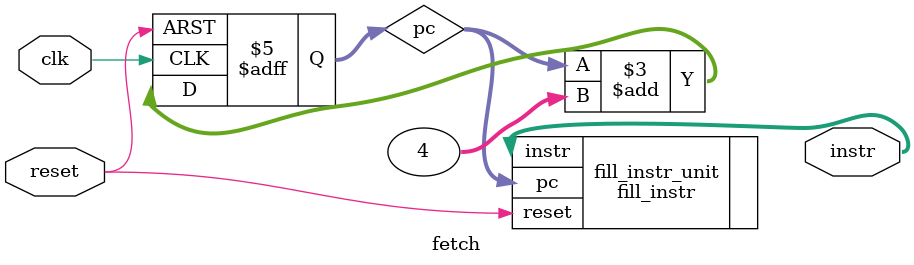
<source format=v>
/*
 *
 *
 *
 */

`include "../fill_instr/fill_instr.v"

module fetch(
    input clk,
    input reset,
    output [31:0] instr);

    reg [31:0] pc = 32'b0;

    /* Initialize instruction memory */
    fill_instr fill_instr_unit(.pc (pc), .reset (reset), .instr (instr));

    always @(posedge clk or posedge reset)begin
        if(reset == 1) pc <= 0;
        else pc <= pc +4;
    end
endmodule

</source>
